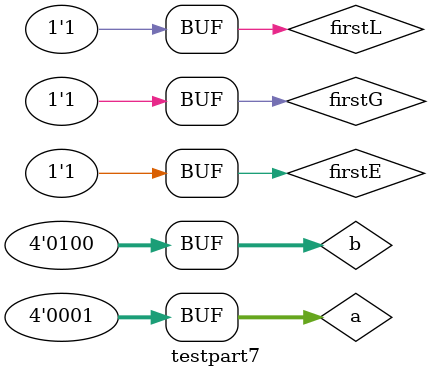
<source format=sv>
`timescale 1ns/1ns
module testpart7();
  logic [3:0] a=4'b1100 , b=4'b0100;
  logic E, L, G, outE , outL , outG , firstE=1, firstL=1, firstG=1;
  part7 UUT( a [3:0] , b [3:0] ,  firstE , firstL , firstG ,  E , L , G , outE , outL , outG);
  initial begin
    #(350)
    a=5'b0100;
    #(350)
    a=5'b0111;
    #(350)
    a=5'b1101;
    #(350)
    a=5'b0011;
    #(350)
    a=5'b0001;
  end
endmodule
</source>
